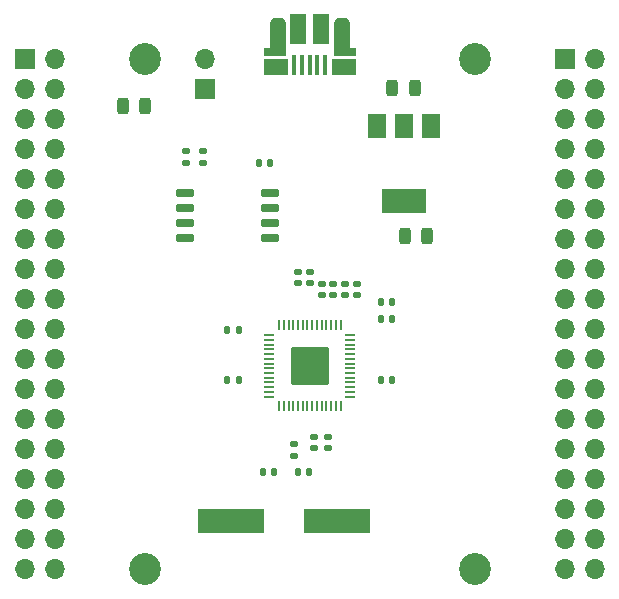
<source format=gts>
%TF.GenerationSoftware,KiCad,Pcbnew,6.0.11-2627ca5db0~126~ubuntu22.04.1*%
%TF.CreationDate,2024-01-20T13:06:16+00:00*%
%TF.ProjectId,RP2040_minimal,52503230-3430-45f6-9d69-6e696d616c2e,REV1*%
%TF.SameCoordinates,Original*%
%TF.FileFunction,Soldermask,Top*%
%TF.FilePolarity,Negative*%
%FSLAX46Y46*%
G04 Gerber Fmt 4.6, Leading zero omitted, Abs format (unit mm)*
G04 Created by KiCad (PCBNEW 6.0.11-2627ca5db0~126~ubuntu22.04.1) date 2024-01-20 13:06:16*
%MOMM*%
%LPD*%
G01*
G04 APERTURE LIST*
G04 Aperture macros list*
%AMRoundRect*
0 Rectangle with rounded corners*
0 $1 Rounding radius*
0 $2 $3 $4 $5 $6 $7 $8 $9 X,Y pos of 4 corners*
0 Add a 4 corners polygon primitive as box body*
4,1,4,$2,$3,$4,$5,$6,$7,$8,$9,$2,$3,0*
0 Add four circle primitives for the rounded corners*
1,1,$1+$1,$2,$3*
1,1,$1+$1,$4,$5*
1,1,$1+$1,$6,$7*
1,1,$1+$1,$8,$9*
0 Add four rect primitives between the rounded corners*
20,1,$1+$1,$2,$3,$4,$5,0*
20,1,$1+$1,$4,$5,$6,$7,0*
20,1,$1+$1,$6,$7,$8,$9,0*
20,1,$1+$1,$8,$9,$2,$3,0*%
G04 Aperture macros list end*
%ADD10RoundRect,0.243750X-0.243750X-0.456250X0.243750X-0.456250X0.243750X0.456250X-0.243750X0.456250X0*%
%ADD11R,5.600000X2.100000*%
%ADD12RoundRect,0.050000X-0.050000X-0.387500X0.050000X-0.387500X0.050000X0.387500X-0.050000X0.387500X0*%
%ADD13RoundRect,0.050000X-0.387500X-0.050000X0.387500X-0.050000X0.387500X0.050000X-0.387500X0.050000X0*%
%ADD14RoundRect,0.144000X-1.456000X-1.456000X1.456000X-1.456000X1.456000X1.456000X-1.456000X1.456000X0*%
%ADD15O,1.050000X1.450000*%
%ADD16R,1.825000X0.700000*%
%ADD17RoundRect,0.384800X0.265200X1.240200X-0.265200X1.240200X-0.265200X-1.240200X0.265200X-1.240200X0*%
%ADD18R,2.000000X1.460000*%
%ADD19R,0.400000X1.750000*%
%ADD20O,1.300000X1.800000*%
%ADD21R,1.425000X2.500000*%
%ADD22RoundRect,0.147500X-0.172500X0.147500X-0.172500X-0.147500X0.172500X-0.147500X0.172500X0.147500X0*%
%ADD23C,2.700000*%
%ADD24RoundRect,0.147500X0.172500X-0.147500X0.172500X0.147500X-0.172500X0.147500X-0.172500X-0.147500X0*%
%ADD25RoundRect,0.147500X-0.147500X-0.172500X0.147500X-0.172500X0.147500X0.172500X-0.147500X0.172500X0*%
%ADD26RoundRect,0.147500X0.147500X0.172500X-0.147500X0.172500X-0.147500X-0.172500X0.147500X-0.172500X0*%
%ADD27RoundRect,0.150000X-0.650000X-0.150000X0.650000X-0.150000X0.650000X0.150000X-0.650000X0.150000X0*%
%ADD28R,1.500000X2.000000*%
%ADD29R,3.800000X2.000000*%
%ADD30O,1.700000X1.700000*%
%ADD31R,1.700000X1.700000*%
G04 APERTURE END LIST*
D10*
X86052500Y-78000000D03*
X84177500Y-78000000D03*
X109962500Y-89000000D03*
X108087500Y-89000000D03*
D11*
X93341000Y-113116000D03*
X102341000Y-113116000D03*
D12*
X97400000Y-96562500D03*
X97800000Y-96562500D03*
X98200000Y-96562500D03*
X98600000Y-96562500D03*
X99000000Y-96562500D03*
X99400000Y-96562500D03*
X99800000Y-96562500D03*
X100200000Y-96562500D03*
X100600000Y-96562500D03*
X101000000Y-96562500D03*
X101400000Y-96562500D03*
X101800000Y-96562500D03*
X102200000Y-96562500D03*
X102600000Y-96562500D03*
D13*
X103437500Y-97400000D03*
X103437500Y-97800000D03*
X103437500Y-98200000D03*
X103437500Y-98600000D03*
X103437500Y-99000000D03*
X103437500Y-99400000D03*
X103437500Y-99800000D03*
X103437500Y-100200000D03*
X103437500Y-100600000D03*
X103437500Y-101000000D03*
X103437500Y-101400000D03*
X103437500Y-101800000D03*
X103437500Y-102200000D03*
X103437500Y-102600000D03*
D12*
X102600000Y-103437500D03*
X102200000Y-103437500D03*
X101800000Y-103437500D03*
X101400000Y-103437500D03*
X101000000Y-103437500D03*
X100600000Y-103437500D03*
X100200000Y-103437500D03*
X99800000Y-103437500D03*
X99400000Y-103437500D03*
X99000000Y-103437500D03*
X98600000Y-103437500D03*
X98200000Y-103437500D03*
X97800000Y-103437500D03*
X97400000Y-103437500D03*
D13*
X96562500Y-102600000D03*
X96562500Y-102200000D03*
X96562500Y-101800000D03*
X96562500Y-101400000D03*
X96562500Y-101000000D03*
X96562500Y-100600000D03*
X96562500Y-100200000D03*
X96562500Y-99800000D03*
X96562500Y-99400000D03*
X96562500Y-99000000D03*
X96562500Y-98600000D03*
X96562500Y-98200000D03*
X96562500Y-97800000D03*
X96562500Y-97400000D03*
D14*
X100000000Y-100000000D03*
D15*
X97575000Y-74730000D03*
D16*
X97012500Y-73400000D03*
D17*
X97275000Y-72125000D03*
X102725000Y-72125000D03*
D16*
X102987500Y-73400000D03*
D18*
X102900000Y-74730000D03*
X97100000Y-74730000D03*
D19*
X101300000Y-74525000D03*
X100650000Y-74525000D03*
X100000000Y-74525000D03*
X99350000Y-74525000D03*
X98700000Y-74525000D03*
D15*
X102425000Y-74730000D03*
D20*
X102725000Y-71700000D03*
X97275000Y-71700000D03*
D21*
X100962500Y-71450000D03*
X99037500Y-71450000D03*
D22*
X98700000Y-107600000D03*
X98700000Y-106630000D03*
D23*
X86030000Y-117180000D03*
X113970000Y-117180000D03*
X113970000Y-74000000D03*
X86030000Y-74000000D03*
D22*
X102000000Y-94000000D03*
X102000000Y-93030000D03*
X101000000Y-94000000D03*
X101000000Y-93030000D03*
X89500000Y-82800000D03*
X89500000Y-81830000D03*
D24*
X91000000Y-81830000D03*
X91000000Y-82800000D03*
D25*
X106970000Y-94600000D03*
X106000000Y-94600000D03*
X106970000Y-96000000D03*
X106000000Y-96000000D03*
D22*
X100381000Y-106970000D03*
X100381000Y-106000000D03*
D26*
X93030000Y-101200000D03*
X94000000Y-101200000D03*
D25*
X106970000Y-101200000D03*
X106000000Y-101200000D03*
D26*
X93030000Y-97000000D03*
X94000000Y-97000000D03*
D24*
X104000000Y-93030000D03*
X104000000Y-94000000D03*
X100000000Y-92030000D03*
X100000000Y-93000000D03*
X103000000Y-93030000D03*
X103000000Y-94000000D03*
D22*
X101500000Y-106970000D03*
X101500000Y-106000000D03*
D24*
X99000000Y-92030000D03*
X99000000Y-93000000D03*
D26*
X95700000Y-82830000D03*
X96670000Y-82830000D03*
D25*
X99970000Y-109000000D03*
X99000000Y-109000000D03*
D26*
X96030000Y-109000000D03*
X97000000Y-109000000D03*
D10*
X108875000Y-76500000D03*
X107000000Y-76500000D03*
D27*
X96650000Y-85370000D03*
X96650000Y-86640000D03*
X96650000Y-87910000D03*
X96650000Y-89180000D03*
X89450000Y-89180000D03*
X89450000Y-87910000D03*
X89450000Y-86640000D03*
X89450000Y-85370000D03*
D28*
X110300000Y-79700000D03*
X105700000Y-79700000D03*
X108000000Y-79700000D03*
D29*
X108000000Y-86000000D03*
D30*
X124130000Y-117180000D03*
X121590000Y-117180000D03*
X124130000Y-114640000D03*
X121590000Y-114640000D03*
X124130000Y-112100000D03*
X121590000Y-112100000D03*
X124130000Y-109560000D03*
X121590000Y-109560000D03*
X124130000Y-107020000D03*
X121590000Y-107020000D03*
X124130000Y-104480000D03*
X121590000Y-104480000D03*
X124130000Y-101940000D03*
X121590000Y-101940000D03*
X124130000Y-99400000D03*
X121590000Y-99400000D03*
X124130000Y-96860000D03*
X121590000Y-96860000D03*
X124130000Y-94320000D03*
X121590000Y-94320000D03*
X124130000Y-91780000D03*
X121590000Y-91780000D03*
X124130000Y-89240000D03*
X121590000Y-89240000D03*
X124130000Y-86700000D03*
X121590000Y-86700000D03*
X124130000Y-84160000D03*
X121590000Y-84160000D03*
X124130000Y-81620000D03*
X121590000Y-81620000D03*
X124130000Y-79080000D03*
X121590000Y-79080000D03*
X124130000Y-76540000D03*
X121590000Y-76540000D03*
X124130000Y-74000000D03*
D31*
X121590000Y-74000000D03*
D30*
X78410000Y-117180000D03*
X75870000Y-117180000D03*
X78410000Y-114640000D03*
X75870000Y-114640000D03*
X78410000Y-112100000D03*
X75870000Y-112100000D03*
X78410000Y-109560000D03*
X75870000Y-109560000D03*
X78410000Y-107020000D03*
X75870000Y-107020000D03*
X78410000Y-104480000D03*
X75870000Y-104480000D03*
X78410000Y-101940000D03*
X75870000Y-101940000D03*
X78410000Y-99400000D03*
X75870000Y-99400000D03*
X78410000Y-96860000D03*
X75870000Y-96860000D03*
X78410000Y-94320000D03*
X75870000Y-94320000D03*
X78410000Y-91780000D03*
X75870000Y-91780000D03*
X78410000Y-89240000D03*
X75870000Y-89240000D03*
X78410000Y-86700000D03*
X75870000Y-86700000D03*
X78410000Y-84160000D03*
X75870000Y-84160000D03*
X78410000Y-81620000D03*
X75870000Y-81620000D03*
X78410000Y-79080000D03*
X75870000Y-79080000D03*
X78410000Y-76540000D03*
X75870000Y-76540000D03*
X78410000Y-74000000D03*
D31*
X75870000Y-74000000D03*
D30*
X91110000Y-74000000D03*
D31*
X91110000Y-76540000D03*
M02*

</source>
